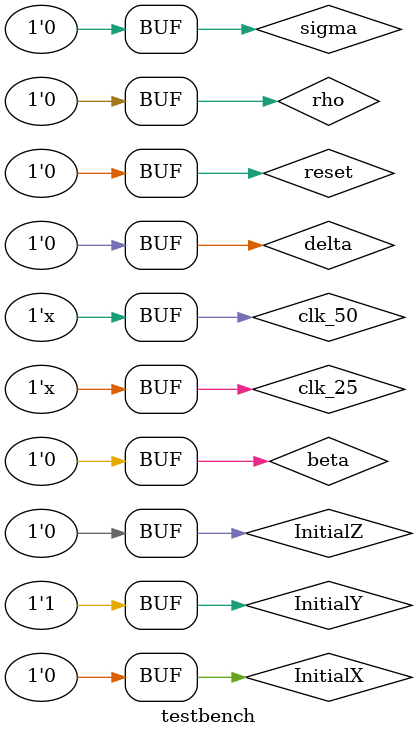
<source format=v>

`timescale 1ns/1ns
`include "Integrator.v"

module testbench();
	
	reg clk_50, clk_25, reset;
    //outputs x_out,y_out,z_out
    reg InitialX,InitialY,funct,InitialZ,reset,delta,sigma,beta,rho;
	
	//reg [31:0] index;
	wire signed [15:0]  testbench_out;
	
	//Initialize clocks and index
	initial begin
		clk_50 = 1'b0;
		clk_25 = 1'b0;
		//index  = 32'd0;
		//testbench_out = 15'd0 ;
	end
	
	//Toggle the clocks
	always begin
		#10
		clk_50  = !clk_50;
	end
	
	always begin
		#20
		clk_25  = !clk_25;
	end
	
	//Intialize and drive signals
	initial begin
		reset  = 1'b1;
		#10 
		reset  = 1'b0;


        //dt = (1./256)
        // x = [-1.]
        // y = [0.1]
        // z = [25.]
        // sigma = 10.0
        // beta = 8./3.
        // rho = 28.0
        //https://vha3.github.io/FixedPoint/FixedPoint.html
        //ints
        InitialX =  -27'sb0000001_00000000000000000000;
        InitialY = 27'b0000000_00011001100110011001;
        InitialZ = 27'b0011001_00000000000000000000;
        delta = 27'b0000000_00000001000000000000;
        sigma = 27'b0001010_00000000000000000000;
        beta = 27'b0000010_10101010101010101010;
        rho = 27'b0011100_00000000000000000000;
	end
	
	// //Increment index
	// always @ (posedge clk_50) begin
	// 	index  <= index + 32'd1;
	// end

	//Instantiation of Device Under Test
	// hook up the sine wave generators
integrator DUT   (.clock(clk_50), 
                .reset(reset),
				.increment({18'h02000, 14'b0}), 
				.phase(8'd0),
				.sine_out(testbench_out));
endmodule
</source>
